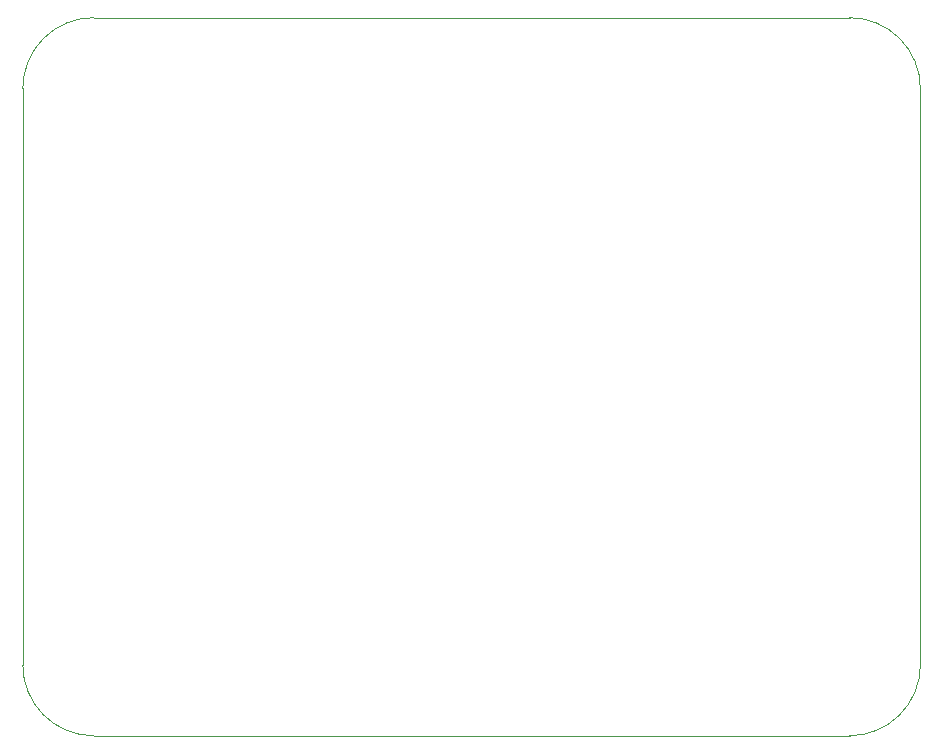
<source format=gbr>
%TF.GenerationSoftware,KiCad,Pcbnew,8.0.3*%
%TF.CreationDate,2024-10-06T22:02:56-03:00*%
%TF.ProjectId,digital_dice,64696769-7461-46c5-9f64-6963652e6b69,rev?*%
%TF.SameCoordinates,Original*%
%TF.FileFunction,Profile,NP*%
%FSLAX46Y46*%
G04 Gerber Fmt 4.6, Leading zero omitted, Abs format (unit mm)*
G04 Created by KiCad (PCBNEW 8.0.3) date 2024-10-06 22:02:56*
%MOMM*%
%LPD*%
G01*
G04 APERTURE LIST*
%TA.AperFunction,Profile*%
%ADD10C,0.050000*%
%TD*%
G04 APERTURE END LIST*
D10*
X192000000Y-152000000D02*
X192000000Y-103200000D01*
X122000000Y-158000000D02*
X186000000Y-158000000D01*
X116000000Y-103200000D02*
X116000000Y-152000000D01*
X186000000Y-97200000D02*
X122000000Y-97200000D01*
X186000000Y-97200000D02*
G75*
G02*
X192000000Y-103200000I1J-5999999D01*
G01*
X192000000Y-152000000D02*
G75*
G02*
X186000000Y-158000000I-5999999J-1D01*
G01*
X122000000Y-158000000D02*
G75*
G02*
X116000000Y-152000000I-1J5999999D01*
G01*
X116000000Y-103200000D02*
G75*
G02*
X122000000Y-97200000I6000000J0D01*
G01*
M02*

</source>
